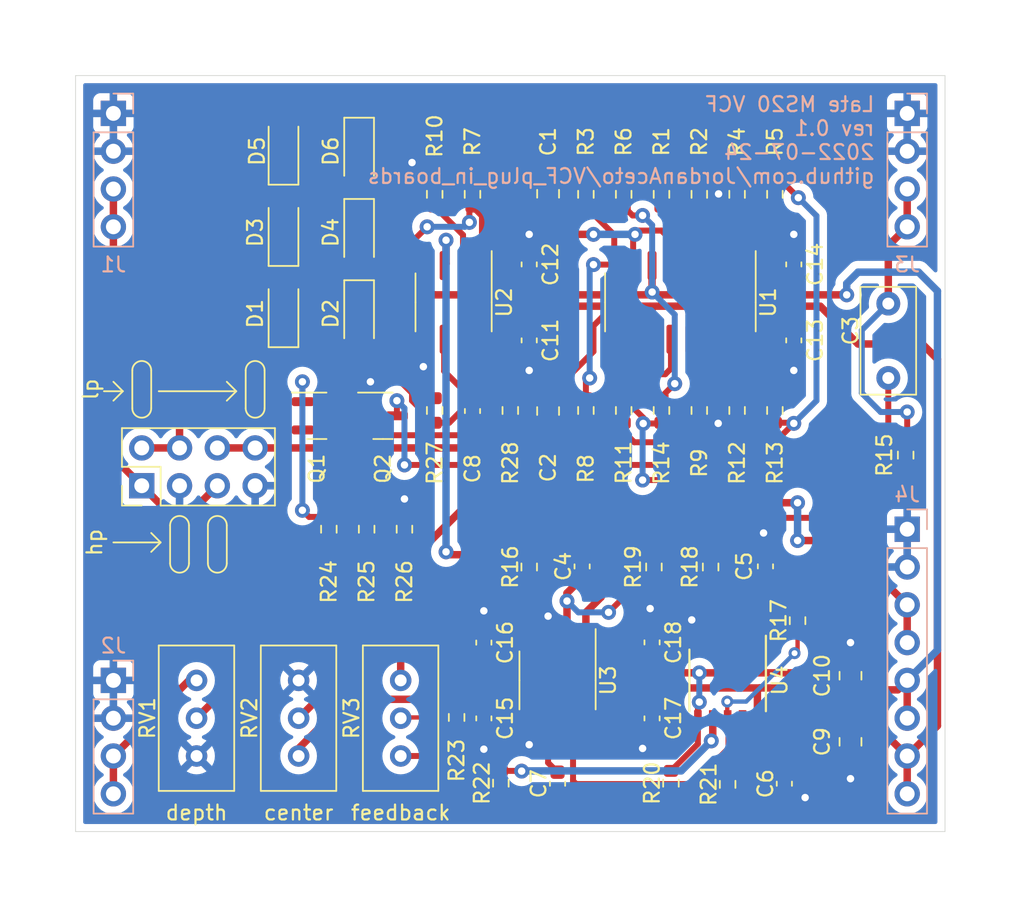
<source format=kicad_pcb>
(kicad_pcb (version 20211014) (generator pcbnew)
  (title_block (title "Late MS20 VCF plug-in board") (date "2022-07-29") (rev "0.1") (comment 1 "creativecommons.org/licenses/by/4.0/") (comment 2 "License: CC by 4.0") (comment 3 "Author: Jordan Aceto"))
  (layers (0 "F.Cu" signal) (31 "B.Cu" signal) (34 "B.Paste" user) (35 "F.Paste" user) (36 "B.SilkS" user "B.Silkscreen") (37 "F.SilkS" user "F.Silkscreen") (38 "B.Mask" user) (39 "F.Mask" user) (44 "Edge.Cuts" user))
  (net 0 "")
  (net 1 "+12V")
  (net 2 "GND")
  (net 3 "-12V")
  (net 4 "Net-(C1-Pad1)")
  (net 5 "Net-(C1-Pad2)")
  (net 6 "Net-(C2-Pad1)")
  (net 7 "/filter_core/HPF_INPUT_NODE")
  (net 8 "/feedback_VCA/SIGNAL_IN")
  (net 9 "Net-(C3-Pad2)")
  (net 10 "/feedback_VCA/SIGNAL_OUT")
  (net 11 "Net-(C4-Pad2)")
  (net 12 "Net-(C5-Pad1)")
  (net 13 "Net-(C6-Pad1)")
  (net 14 "Net-(C7-Pad1)")
  (net 15 "Net-(C7-Pad2)")
  (net 16 "Net-(C8-Pad1)")
  (net 17 "Net-(C8-Pad2)")
  (net 18 "Net-(D1-Pad2)")
  (net 19 "Net-(D2-Pad1)")
  (net 20 "Net-(D3-Pad2)")
  (net 21 "Net-(D4-Pad1)")
  (net 22 "Net-(D5-Pad2)")
  (net 23 "/filter_core/SIGNAL_IN")
  (net 24 "/CV_scalers/RAW_CV_IN")
  (net 25 "/feedback_VCA/CV_IN")
  (net 26 "Net-(J5-Pad2)")
  (net 27 "Net-(Q1-Pad1)")
  (net 28 "Net-(Q1-Pad2)")
  (net 29 "/CV_scalers/SCALED_CV_OUT")
  (net 30 "Net-(R1-Pad1)")
  (net 31 "Net-(R3-Pad1)")
  (net 32 "Net-(R4-Pad1)")
  (net 33 "Net-(R5-Pad2)")
  (net 34 "Net-(R11-Pad2)")
  (net 35 "Net-(R12-Pad1)")
  (net 38 "Net-(R13-Pad2)")
  (net 39 "Net-(R17-Pad2)")
  (net 40 "Net-(R18-Pad1)")
  (net 41 "Net-(R20-Pad1)")
  (net 42 "Net-(R22-Pad2)")
  (net 43 "Net-(R23-Pad2)")
  (net 44 "Net-(R24-Pad2)")
  (net 45 "Net-(R25-Pad2)")
  (footprint "Package_SO:SOIC-16_3.9x9.9mm_P1.27mm" (layer "F.Cu") (at 163.195 88.265 -90)
    (fp_text reference "U1")
    (fp_text value "LM13700")
  )
  (footprint "Capacitor_SMD:C_0603_1608Metric" (layer "F.Cu") (at 161.29 111.112 -90)
    (fp_text reference "C18")
    (fp_text value "100n")
  )
  (footprint "Capacitor_SMD:C_0603_1608Metric" (layer "F.Cu") (at 149.225 95.565 90)
    (fp_text reference "C8")
    (fp_text value "4n7")
  )
  (footprint "Resistor_SMD:R_0603_1608Metric" (layer "F.Cu") (at 164.465 81.0025 90)
    (fp_text reference "R2")
    (fp_text value "220")
  )
  (footprint "Package_SO:SOIC-8_3.9x4.9mm_P1.27mm" (layer "F.Cu") (at 154.94 113.665 -90)
    (fp_text reference "U3")
    (fp_text value "TL072")
  )
  (footprint "Capacitor_SMD:C_0603_1608Metric" (layer "F.Cu") (at 153.035 85.712 -90)
    (fp_text reference "C12")
    (fp_text value "100n")
  )
  (footprint "Potentiometer_THT:Potentiometer_Bourns_3296W_Vertical" (layer "F.Cu") (at 137.541 118.745 -90)
    (fp_text reference "RV2")
    (fp_text value "5k")
  )
  (footprint "Package_TO_SOT_SMD:SOT-23" (layer "F.Cu") (at 143.2075 95.885)
    (fp_text reference "Q2")
    (fp_text value "MMBT3906")
  )
  (footprint "Resistor_SMD:R_0603_1608Metric" (layer "F.Cu") (at 148.1582 116.1542 -90)
    (fp_text reference "R23")
    (fp_text value "4k7")
  )
  (footprint "Resistor_SMD:R_0603_1608Metric" (layer "F.Cu") (at 167.005 95.5275 -90)
    (fp_text reference "R12")
    (fp_text value "220")
  )
  (footprint "Resistor_SMD:R_0603_1608Metric" (layer "F.Cu") (at 162.56 120.57 90)
    (fp_text reference "R20")
    (fp_text value "270k")
  )
  (footprint "Resistor_SMD:R_0603_1608Metric" (layer "F.Cu") (at 159.385 81.0025 90)
    (fp_text reference "R6")
    (fp_text value "10k")
  )
  (footprint "Capacitor_SMD:C_0603_1608Metric" (layer "F.Cu") (at 170.815 90.818 -90)
    (fp_text reference "C13")
    (fp_text value "100n")
  )
  (footprint "Diode_SMD:D_SOD-123" (layer "F.Cu") (at 136.525 89.025 90)
    (fp_text reference "D1")
    (fp_text value "1N4148W")
  )
  (footprint "Resistor_SMD:R_0603_1608Metric" (layer "F.Cu") (at 161.925 81.0025 90)
    (fp_text reference "R1")
    (fp_text value "10k")
  )
  (footprint "Resistor_SMD:R_0603_1608Metric" (layer "F.Cu") (at 165.227 106.045 90)
    (fp_text reference "R18")
    (fp_text value "270")
  )
  (footprint "Capacitor_SMD:C_0805_2012Metric" (layer "F.Cu") (at 174.625 117.79 -90)
    (fp_text reference "C9")
    (fp_text value "10u")
  )
  (footprint "Capacitor_SMD:C_0603_1608Metric" (layer "F.Cu") (at 154.94 120.6075 90)
    (fp_text reference "C7")
    (fp_text value "1n")
  )
  (footprint "Resistor_SMD:R_0603_1608Metric" (layer "F.Cu") (at 178.3334 98.5266 90)
    (fp_text reference "R15")
    (fp_text value "150k")
  )
  (footprint "Capacitor_SMD:C_0603_1608Metric" (layer "F.Cu") (at 149.987 116.218 -90)
    (fp_text reference "C15")
    (fp_text value "100n")
  )
  (footprint "Capacitor_SMD:C_0603_1608Metric" (layer "F.Cu") (at 170.18 120.6075 -90)
    (fp_text reference "C6")
    (fp_text value "1n")
  )
  (footprint "Capacitor_SMD:C_0603_1608Metric" (layer "F.Cu") (at 161.29 116.218 -90)
    (fp_text reference "C17")
    (fp_text value "100n")
  )
  (footprint "Potentiometer_THT:Potentiometer_Bourns_3296W_Vertical" (layer "F.Cu") (at 130.683 118.745 -90)
    (fp_text reference "RV1")
    (fp_text value "5k")
  )
  (footprint "Resistor_SMD:R_0603_1608Metric" (layer "F.Cu") (at 149.225 81.0025 -90)
    (fp_text reference "R7")
    (fp_text value "10k")
  )
  (footprint "Resistor_SMD:R_0603_1608Metric" (layer "F.Cu") (at 151.765 95.5275 -90)
    (fp_text reference "R28")
    (fp_text value "4k7")
  )
  (footprint "Capacitor_SMD:C_0603_1608Metric" (layer "F.Cu") (at 149.987 111.125 -90)
    (fp_text reference "C16")
    (fp_text value "100n")
  )
  (footprint "Capacitor_SMD:C_0805_2012Metric" (layer "F.Cu") (at 154.305 80.965 90)
    (fp_text reference "C1")
    (fp_text value "1n COG")
  )
  (footprint "Capacitor_THT:C_Rect_L7.0mm_W3.5mm_P5.00mm" (layer "F.Cu") (at 177.165 88.345 -90)
    (fp_text reference "C3")
    (fp_text value "470n")
  )
  (footprint "Resistor_SMD:R_0603_1608Metric" (layer "F.Cu") (at 146.685 81.0025 90)
    (fp_text reference "R10")
    (fp_text value "1k8")
  )
  (footprint "Package_SO:SOIC-8_3.9x4.9mm_P1.27mm" (layer "F.Cu") (at 147.955 88.265 -90)
    (fp_text reference "U2")
    (fp_text value "TL072")
  )
  (footprint "Resistor_SMD:R_0603_1608Metric" (layer "F.Cu") (at 139.573 103.505 -90)
    (fp_text reference "R24")
    (fp_text value "10k")
  )
  (footprint "Capacitor_SMD:C_0805_2012Metric" (layer "F.Cu") (at 174.625 113.35 -90)
    (fp_text reference "C10")
    (fp_text value "10u")
  )
  (footprint "Connector_PinHeader_2.54mm:PinHeader_2x04_P2.54mm_Vertical" (layer "F.Cu") (at 127 100.584 90)
    (fp_text reference "J5" hide)
    (fp_text value "hp_lp_jumper")
  )
  (footprint "Package_TO_SOT_SMD:SOT-23" (layer "F.Cu") (at 138.7625 95.885)
    (fp_text reference "Q1")
    (fp_text value "MMBT3906")
  )
  (footprint "Resistor_SMD:R_0603_1608Metric" (layer "F.Cu") (at 151.13 120.57 -90)
    (fp_text reference "R22")
    (fp_text value "51k")
  )
  (footprint "Capacitor_SMD:C_0805_2012Metric" (layer "F.Cu") (at 154.305 95.565 -90)
    (fp_text reference "C2")
    (fp_text value "1n COG")
  )
  (footprint "Potentiometer_THT:Potentiometer_Bourns_3296W_Vertical" (layer "F.Cu") (at 144.399 118.745 -90)
    (fp_text reference "RV3")
    (fp_text value "5k")
  )
  (footprint "Diode_SMD:D_SOD-123" (layer "F.Cu") (at 136.525 78.105 90)
    (fp_text reference "D5")
    (fp_text value "1N4148W")
  )
  (footprint "Resistor_SMD:R_0603_1608Metric" (layer "F.Cu") (at 169.545 95.5275 90)
    (fp_text reference "R13")
    (fp_text value "10k")
  )
  (footprint "Resistor_SMD:R_0603_1608Metric" (layer "F.Cu") (at 161.925 95.5275 -90)
    (fp_text reference "R14")
    (fp_text value "10k")
  )
  (footprint "Diode_SMD:D_SOD-123" (layer "F.Cu") (at 141.605 78.105 -90)
    (fp_text reference "D6")
    (fp_text value "1N4148W")
  )
  (footprint "Resistor_SMD:R_0603_1608Metric" (layer "F.Cu") (at 142.113 103.505 -90)
    (fp_text reference "R25")
    (fp_text value "150k")
  )
  (footprint "Resistor_SMD:R_0603_1608Metric" (layer "F.Cu") (at 164.465 95.5275 -90)
    (fp_text reference "R9")
    (fp_text value "220")
  )
  (footprint "Resistor_SMD:R_0603_1608Metric" (layer "F.Cu") (at 153.035 106.045 -90)
    (fp_text reference "R16")
    (fp_text value "15k")
  )
  (footprint "Resistor_SMD:R_0603_1608Metric" (layer "F.Cu") (at 159.385 95.5275 -90)
    (fp_text reference "R11")
    (fp_text value "10k")
  )
  (footprint "Resistor_SMD:R_0603_1608Metric" (layer "F.Cu") (at 169.545 81.0025 -90)
    (fp_text reference "R5")
    (fp_text value "10k")
  )
  (footprint "Resistor_SMD:R_0603_1608Metric" (layer "F.Cu") (at 167.005 81.0025 90)
    (fp_text reference "R4")
    (fp_text value "220")
  )
  (footprint "Resistor_SMD:R_0603_1608Metric" (layer "F.Cu") (at 161.417 106.045 90)
    (fp_text reference "R19")
    (fp_text value "15k")
  )
  (footprint "Capacitor_SMD:C_0603_1608Metric" (layer "F.Cu") (at 168.91 106.0025 90)
    (fp_text reference "C5")
    (fp_text value "1n")
  )
  (footprint "Resistor_SMD:R_0603_1608Metric" (layer "F.Cu") (at 144.653 103.505 90)
    (fp_text reference "R26")
    (fp_text value "1k8")
  )
  (footprint "Diode_SMD:D_SOD-123" (layer "F.Cu") (at 141.605 89.025 -90)
    (fp_text reference "D2")
    (fp_text value "1N4148W")
  )
  (footprint "Diode_SMD:D_SOD-123" (layer "F.Cu") (at 141.605 83.565 -90)
    (fp_text reference "D4")
    (fp_text value "1N4148W")
  )
  (footprint "Capacitor_SMD:C_0603_1608Metric" (layer "F.Cu") (at 153.035 90.818 -90)
    (fp_text reference "C11")
    (fp_text value "100n")
  )
  (footprint "Resistor_SMD:R_0603_1608Metric" (layer "F.Cu") (at 166.37 120.65 -90)
    (fp_text reference "R21")
    (fp_text value "270")
  )
  (footprint "Diode_SMD:D_SOD-123" (layer "F.Cu") (at 136.525 83.565 90)
    (fp_text reference "D3")
    (fp_text value "1N4148W")
  )
  (footprint "Resistor_SMD:R_0603_1608Metric" (layer "F.Cu") (at 146.685 95.5275 90)
    (fp_text reference "R27")
    (fp_text value "470k")
  )
  (footprint "Resistor_SMD:R_0603_1608Metric" (layer "F.Cu") (at 156.845 95.5275 90)
    (fp_text reference "R8")
    (fp_text value "10k")
  )
  (footprint "Resistor_SMD:R_0603_1608Metric" (layer "F.Cu") (at 171.069 109.6518 90)
    (fp_text reference "R17")
    (fp_text value "4k7")
  )
  (footprint "Capacitor_SMD:C_0603_1608Metric" (layer "F.Cu") (at 170.815 85.712 -90)
    (fp_text reference "C14")
    (fp_text value "100n")
  )
  (footprint "Capacitor_SMD:C_0603_1608Metric" (layer "F.Cu") (at 156.591 106.0075 -90)
    (fp_text reference "C4")
    (fp_text value "100p")
  )
  (footprint "Resistor_SMD:R_0603_1608Metric" (layer "F.Cu") (at 156.845 81.0025 90)
    (fp_text reference "R3")
    (fp_text value "10k")
  )
  (footprint "Package_SO:SSOP-10_3.9x4.9mm_P1.00mm" (layer "F.Cu") (at 166.37 113.665 -90)
    (fp_text reference "U4")
    (fp_text value "SSI2162")
  )
  (footprint "Connector_PinHeader_2.54mm:PinHeader_1x04_P2.54mm_Vertical" (layer "B.Cu") (at 125.095 75.565 180)
    (fp_text reference "J1")
    (fp_text value "signal_in")
  )
  (footprint "Connector_PinHeader_2.54mm:PinHeader_1x04_P2.54mm_Vertical" (layer "B.Cu") (at 125.095 113.665 180)
    (fp_text reference "J2")
    (fp_text value "CV_in")
  )
  (footprint "Connector_PinHeader_2.54mm:PinHeader_1x04_P2.54mm_Vertical" (layer "B.Cu") (at 178.435 75.565 180)
    (fp_text reference "J3")
    (fp_text value "signal_out")
  )
  (footprint "Connector_PinHeader_2.54mm:PinHeader_1x08_P2.54mm_Vertical" (layer "B.Cu") (at 178.435 103.505 180)
    (fp_text reference "J4")
    (fp_text value "feedback_CV_and_PS")
  )
  (gr_line (start 127.635 95.377) (end 127.635 92.837) (layer "F.SilkS") (width 0.12))
  (gr_arc (start 133.985 92.837) (mid 134.62 92.202) (end 135.255 92.837) (layer "F.SilkS") (width 0.12))
  (gr_line (start 132.715 105.791) (end 132.715 103.251) (layer "F.SilkS") (width 0.12))
  (gr_line (start 131.445 105.791) (end 131.445 103.251) (layer "F.SilkS") (width 0.12))
  (gr_arc (start 131.445 103.251) (mid 132.08 102.616) (end 132.715 103.251) (layer "F.SilkS") (width 0.12))
  (gr_line (start 133.35 94.234) (end 132.715 94.869) (layer "F.SilkS") (width 0.12))
  (gr_line (start 128.27 104.394) (end 127.635 103.759) (layer "F.SilkS") (width 0.12))
  (gr_arc (start 135.255 95.377) (mid 134.62 96.012) (end 133.985 95.377) (layer "F.SilkS") (width 0.12))
  (gr_line (start 125.73 94.234) (end 125.095 93.599) (layer "F.SilkS") (width 0.12))
  (gr_arc (start 127.635 95.377) (mid 127 96.012) (end 126.365 95.377) (layer "F.SilkS") (width 0.12))
  (gr_arc (start 126.365 92.837) (mid 127 92.202) (end 127.635 92.837) (layer "F.SilkS") (width 0.12))
  (gr_line (start 125.73 94.234) (end 125.095 94.869) (layer "F.SilkS") (width 0.12))
  (gr_arc (start 132.715 105.791) (mid 132.08 106.426) (end 131.445 105.791) (layer "F.SilkS") (width 0.12))
  (gr_line (start 133.35 94.234) (end 132.715 93.599) (layer "F.SilkS") (width 0.12))
  (gr_line (start 128.905 105.791) (end 128.905 103.251) (layer "F.SilkS") (width 0.12))
  (gr_line (start 128.27 104.394) (end 127.635 105.029) (layer "F.SilkS") (width 0.12))
  (gr_line (start 125.095 104.394) (end 128.27 104.394) (layer "F.SilkS") (width 0.12))
  (gr_arc (start 130.175 105.791) (mid 129.54 106.426) (end 128.905 105.791) (layer "F.SilkS") (width 0.12))
  (gr_arc (start 128.905 103.251) (mid 129.54 102.616) (end 130.175 103.251) (layer "F.SilkS") (width 0.12))
  (gr_line (start 126.365 95.377) (end 126.365 92.837) (layer "F.SilkS") (width 0.12))
  (gr_line (start 133.985 95.377) (end 133.985 92.837) (layer "F.SilkS") (width 0.12))
  (gr_line (start 124.46 94.234) (end 125.73 94.234) (layer "F.SilkS") (width 0.12))
  (gr_line (start 128.143 94.234) (end 133.35 94.234) (layer "F.SilkS") (width 0.12))
  (gr_line (start 135.255 95.377) (end 135.255 92.837) (layer "F.SilkS") (width 0.12))
  (gr_line (start 130.175 105.791) (end 130.175 103.251) (layer "F.SilkS") (width 0.12))
  (gr_line (start 180.975 73.025) (end 122.555 73.025) (layer "Edge.Cuts") (width 0.05))
  (gr_line (start 122.555 123.825) (end 180.975 123.825) (layer "Edge.Cuts") (width 0.05))
  (gr_line (start 180.975 123.825) (end 180.975 73.025) (layer "Edge.Cuts") (width 0.05))
  (gr_line (start 122.555 73.025) (end 122.555 123.825) (layer "Edge.Cuts") (width 0.05))
  (gr_text "Late MS20 VCF\nrev 0.1\n2022-07-24\ngithub.com/JordanAceto/VCF_plug_in_boards" (at 176.3268 77.3684) (layer "B.SilkS") (effects (font (size 1 1)) (justify left mirror)))
  (gr_text "lp" (at 123.571 94.107 90) (layer "F.SilkS") (effects (font (size 1 1))))
  (gr_text "center" (at 137.541 122.555) (layer "F.SilkS") (effects (font (size 1 1))))
  (gr_text "depth" (at 130.683 122.555) (layer "F.SilkS") (effects (font (size 1 1))))
  (gr_text "hp" (at 123.825 104.394 90) (layer "F.SilkS") (effects (font (size 1 1))))
  (gr_text "feedback" (at 144.399 122.555) (layer "F.SilkS") (effects (font (size 1 1))))
  (segment (start 153.035 90.043) (end 153.035 88.519) (width 0.5) (layer "F.Cu") (net 1))
  (segment (start 156.845 116.14) (end 156.845 114.173) (width 0.5) (layer "F.Cu") (net 1))
  (segment (start 149.86 90.74) (end 149.86 89.154) (width 0.5) (layer "F.Cu") (net 1))
  (segment (start 176.53 116.84) (end 178.435 118.745) (width 0.5) (layer "F.Cu") (net 1))
  (segment (start 178.435 118.745) (end 178.435 121.285) (width 0.5) (layer "F.Cu") (net 1))
  (segment (start 172.593 88.519) (end 170.815 88.519) (width 0.5) (layer "F.Cu") (net 1))
  (segment (start 170.815 88.519) (end 170.815 88.773) (width 0.5) (layer "F.Cu") (net 1))
  (segment (start 161.417 114.173) (end 161.417 115.316) (width 0.5) (layer "F.Cu") (net 1))
  (segment (start 161.417 115.316) (end 161.29 115.443) (width 0.5) (layer "F.Cu") (net 1))
  (segment (start 150.495 88.519) (end 153.035 88.519) (width 0.5) (layer "F.Cu") (net 1))
  (segment (start 168.37 114.332) (end 168.529 114.173) (width 0.5) (layer "F.Cu") (net 1))
  (segment (start 180.467 92.075) (end 179.451 91.059) (width 0.5) (layer "F.Cu") (net 1))
  (segment (start 170.815 88.773) (end 170.815 90.043) (width 0.5) (layer "F.Cu") (net 1))
  (segment (start 178.435 118.745) (end 180.467 116.713) (width 0.5) (layer "F.Cu") (net 1))
  (segment (start 156.845 114.173) (end 150.9522 114.173) (width 0.5) (layer "F.Cu") (net 1))
  (segment (start 173.99 116.84) (end 174.625 116.84) (width 0.5) (layer "F.Cu") (net 1))
  (segment (start 180.467 116.713) (end 180.467 92.075) (width 0.5) (layer "F.Cu") (net 1))
  (segment (start 161.417 114.173) (end 168.529 114.173) (width 0.5) (layer "F.Cu") (net 1))
  (segment (start 156.845 114.173) (end 161.417 114.173) (width 0.5) (layer "F.Cu") (net 1))
  (segment (start 149.86 89.154) (end 150.495 88.519) (width 0.5) (layer "F.Cu") (net 1))
  (segment (start 179.451 91.059) (end 175.133 91.059) (width 0.5) (layer "F.Cu") (net 1))
  (segment (start 168.529 114.173) (end 171.323 114.173) (width 0.5) (layer "F.Cu") (net 1))
  (segment (start 153.035 88.519) (end 161.163 88.519) (width 0.5) (layer "F.Cu") (net 1))
  (segment (start 174.625 116.84) (end 176.53 116.84) (width 0.5) (layer "F.Cu") (net 1))
  (segment (start 161.163 88.519) (end 170.815 88.519) (width 0.5) (layer "F.Cu") (net 1))
  (segment (start 161.163 88.519) (end 161.29 88.646) (width 0.5) (layer "F.Cu") (net 1))
  (segment (start 150.9522 114.173) (end 149.987 115.1382) (width 0.5) (layer "F.Cu") (net 1))
  (segment (start 175.133 91.059) (end 172.593 88.519) (width 0.5) (layer "F.Cu") (net 1))
  (segment (start 171.323 114.173) (end 173.99 116.84) (width 0.5) (layer "F.Cu") (net 1))
  (segment (start 161.29 88.646) (end 161.29 90.74) (width 0.5) (layer "F.Cu") (net 1))
  (segment (start 149.987 115.1382) (end 149.987 115.443) (width 0.5) (layer "F.Cu") (net 1))
  (segment (start 168.37 116.215) (end 168.37 114.332) (width 0.5) (layer "F.Cu") (net 1))
  (segment (start 178.435 103.505) (end 178.435 106.045) (width 0.5) (layer "F.Cu") (net 2))
  (segment (start 164.37 111.115) (end 164.37 110.014) (width 0.5) (layer "F.Cu") (net 2))
  (segment (start 166.2073 80.9752) (end 167.005 80.1775) (width 0.5) (layer "F.Cu") (net 2))
  (segment (start 171.577 121.539) (end 170.3365 121.539) (width 0.5) (layer "F.Cu") (net 2))
  (segment (start 149.987 116.808142) (end 148.508058 115.3292) (width 0.29) (layer "F.Cu") (net 2))
  (segment (start 174.625 112.4) (end 174.625 111.125) (width 0.5) (layer "F.Cu") (net 2))
  (segment (start 170.815 91.593) (end 170.815 92.837) (width 0.5) (layer "F.Cu") (net 2))
  (segment (start 149.987 110.35) (end 149.987 108.9914) (width 0.4) (layer "F.Cu") (net 2))
  (segment (start 161.29 117.602) (end 160.655 118.237) (width 0.5) (layer "F.Cu") (net 2))
  (segment (start 142.27 93.696) (end 142.367 93.599) (width 0.5) (layer "F.Cu") (net 2))
  (segment (start 164.719 96.393) (end 166.9645 96.393) (width 0.5) (layer "F.Cu") (net 2))
  (segment (start 153.035 91.593) (end 153.035 92.837) (width 0.5) (layer "F.Cu") (net 2))
  (segment (start 178.435 99.4532) (end 178.435 103.505) (width 0.4) (layer "F.Cu") (net 2))
  (segment (start 178.3334 99.3516) (end 178.435 99.4532) (width 0.4) (layer "F.Cu") (net 2))
  (segment (start 154.305 111.19) (end 154.305 109.347) (width 0.5) (layer "F.Cu") (net 2))
  (segment (start 170.815 84.937) (end 170.815 83.693) (width 0.5) (layer "F.Cu") (net 2))
  (segment (start 146.4715 80.1775) (end 145.161 78.867) (width 0.5) (layer "F.Cu") (net 2))
  (segment (start 144.653 102.68) (end 144.653 101.473) (width 0.5) (layer "F.Cu") (net 2))
  (segment (start 164.6785 96.3525) (end 164.719 96.393) (width 0.5) (layer "F.Cu") (net 2))
  (segment (start 153.035 116.14) (end 153.035 117.983) (width 0.5) (layer "F.Cu") (net 2))
  (segment (start 164.465 80.1775) (end 165.2627 80.9752) (width 0.5) (layer "F.Cu") (net 2))
  (segment (start 149.987 116.993) (end 149.987 116.808142) (width 0.29) (layer "F.Cu") (net 2))
  (segment (start 166.9645 96.393) (end 167.005 96.3525) (width 0.5) (layer "F.Cu") (net 2))
  (segment (start 168.91 105.2275) (end 168.91 103.886) (width 0.5) (layer "F.Cu") (net 2))
  (segment (start 161.29 116.993) (end 161.29 117.602) (width 0.5) (layer "F.Cu") (net 2))
  (segment (start 174.625 118.74) (end 174.625 120.269) (width 0.5) (layer "F.Cu") (net 2))
  (segment (start 149.987 116.993) (end 149.987 118.2878) (width 0.29) (layer "F.Cu") (net 2))
  (segment (start 146.05 90.74) (end 146.05 92.456) (width 0.5) (layer "F.Cu") (net 2))
  (segment (start 161.29 110.337) (end 161.29 108.966) (width 0.5) (layer "F.Cu") (net 2))
  (segment (start 142.27 94.935) (end 142.27 93.696) (width 0.5) (layer "F.Cu") (net 2))
  (segment (start 164.37 110.014) (end 163.957 109.601) (width 0.5) (layer "F.Cu") (net 2))
  (segment (start 170.3365 121.539) (end 170.18 121.3825) (width 0.5) (layer "F.Cu") (net 2))
  (segment (start 148.508058 115.3292) (end 148.1582 115.3292) (width 0.29) (layer "F.Cu") (net 2))
  (segment (start 153.035 84.937) (end 153.035 83.693) (width 0.5) (layer "F.Cu") (net 2))
  (segment (start 168.91 103.886) (end 168.783 103.759) (width 0.5) (layer "F.Cu") (net 2))
  (segment (start 146.05 92.456) (end 145.923 92.583) (width 0.5) (layer "F.Cu") (net 2))
  (segment (start 164.465 96.3525) (end 164.6785 96.3525) (width 0.5) (layer "F.Cu") (net 2))
  (segment (start 161.29 108.966) (end 161.163 108.839) (width 0.5) (layer "F.Cu") (net 2))
  (segment (start 165.2627 80.9752) (end 166.2073 80.9752) (width 0.5) (layer "F.Cu") (net 2))
  (segment (start 146.685 80.1775) (end 146.4715 80.1775) (width 0.5) (layer "F.Cu") (net 2))
  (via (at 145.161 78.867) (size 1) (drill 0.5) (layers "F.Cu" "B.Cu") (net 2))
  (via (at 165.735 96.393) (size 1) (drill 0.5) (layers "F.Cu" "B.Cu") (net 2))
  (via (at 174.625 111.125) (size 1) (drill 0.5) (layers "F.Cu" "B.Cu") (net 2))
  (via (at 142.367 93.599) (size 1) (drill 0.5) (layers "F.Cu" "B.Cu") (net 2))
  (via (at 153.035 117.983) (size 1) (drill 0.5) (layers "F.Cu" "B.Cu") (net 2))
  (via (at 168.783 103.759) (size 1) (drill 0.5) (layers "F.Cu" "B.Cu") (net 2))
  (via (at 153.035 92.837) (size 1) (drill 0.5) (layers "F.Cu" "B.Cu") (net 2))
  (via (at 170.815 83.693) (size 1) (drill 0.5) (layers "F.Cu" "B.Cu") (net 2))
  (via (at 170.815 92.837) (size 1) (drill 0.5) (layers "F.Cu" "B.Cu") (net 2))
  (via (at 154.305 109.347) (size 1) (drill 0.5) (layers "F.Cu" "B.Cu") (net 2))
  (via (at 153.035 83.693) (size 1) (drill 0.5) (layers "F.Cu" "B.Cu") (net 2))
  (via (at 174.625 120.269) (size 1) (drill 0.5) (layers "F.Cu" "B.Cu") (net 2))
  (via (at 144.653 101.473) (size 1) (drill 0.5) (layers "F.Cu" "B.Cu") (net 2))
  (via (at 149.987 108.9914) (size 1) (drill 0.5) (layers "F.Cu" "B.Cu") (net 2))
  (via (at 161.163 108.839) (size 1) (drill 0.5) (layers "F.Cu" "B.Cu") (net 2))
  (via (at 163.957 109.601) (size 1) (drill 0.5) (layers "F.Cu" "B.Cu") (net 2))
  (via (at 171.577 121.539) (size 1) (drill 0.5) (layers "F.Cu" "B.Cu") (net 2))
  (via (at 149.987 118.2878) (size 1) (drill 0.5) (layers "F.Cu" "B.Cu") (net 2))
  (via (at 145.923 92.583) (size 1) (drill 0.5) (layers "F.Cu" "B.Cu") (net 2))
  (via (at 165.7604 80.9752) (size 1) (drill 0.5) (layers "F.Cu" "B.Cu") (net 2))
  (via (at 160.655 118.237) (size 1) (drill 0.5) (layers "F.Cu" "B.Cu") (net 2))
  (segment (start 149.987 111.9) (end 149.212 111.9) (width 0.5) (layer "F.Cu") (net 3))
  (segment (start 161.925 94.617086) (end 162.815043 93.727043) (width 0.4) (layer "F.Cu") (net 3))
  (segment (start 140.843 114.935) (end 137.541 118.237) (width 0.5) (layer "F.Cu") (net 3))
  (segment (start 145.415 87.757) (end 146.685 87.757) (width 0.4) (layer "F.Cu") (net 3))
  (segment (start 161.417 87.757) (end 170.815 87.757) (width 0.5) (layer "F.Cu") (net 3))
  (segment (start 153.035 87.503) (end 152.781 87.757) (width 0.5) (layer "F.Cu") (net 3))
  (segment (start 137.541 118.237) (end 137.541 118.745) (width 0.5) (layer "F.Cu") (net 3))
  (segment (start 164.37 117.935) (end 162.56 119.745) (width 0.4) (layer "F.Cu") (net 3))
  (segment (start 144.399 92.4165) (end 144.399 88.773) (width 0.4) (layer "F.Cu") (net 3))
  (segment (start 174.625 114.3) (end 177.8 114.3) (width 0.5) (layer "F.Cu") (net 3))
  (segment (start 146.685 87.757) (end 152.781 87.757) (width 0.5) (layer "F.Cu") (net 3))
  (segment (start 161.925 94.7025) (end 161.925 94.617086) (width 0.4) (layer "F.Cu") (net 3))
  (segment (start 152.781 87.757) (end 161.417 87.757) (width 0.5) (layer "F.Cu") (net 3))
  (segment (start 161.417 113.157) (end 161.417 112.014) (width 0.5) (layer "F.Cu") (net 3))
  (segment (start 161.417 113.157) (end 164.465 113.157) (width 0.5) (layer "F.Cu") (net 3))
  (segment (start 146.177 114.935) (end 140.843 114.935) (width 0.5) (layer "F.Cu") (net 3))
  (segment (start 153.035 113.157) (end 151.244 113.157) (width 0.5) (layer "F.Cu") (net 3))
  (segment (start 178.435 113.665) (end 178.435 116.205) (width 0.5) (layer "F.Cu") (net 3))
  (segment (start 174.371 87.757) (end 170.815 87.757) (width 0.5) (layer "F.Cu") (net 3))
  (segment (start 164.465 113.157) (end 171.323 113.157) (width 0.5) (layer "F.Cu") (net 3))
  (segment (start 160.655 82.423) (end 159.9805 82.423) (width 0.4) (layer "F.Cu") (net 3))
  (segment (start 149.212 111.9) (end 146.177 114.935) (width 0.5) (layer "F.Cu") (net 3))
  (segment (start 161.417 112.014) (end 161.29 111.887) (width 0.5) (layer "F.Cu") (net 3))
  (segment (start 161.29 85.79) (end 161.29 87.63) (width 0.5) (layer "F.Cu") (net 3))
  (segment (start 172.466 114.3) (end 174.625 114.3) (width 0.5) (layer "F.Cu") (net 3))
  (segment (start 146.685 94.7025) (end 144.399 92.4165) (width 0.4) (layer "F.Cu") (net 3))
  (segment (start 164.37 115.2175) (end 164.465 115.1225) (width 0.4) (layer "F.Cu") (net 3))
  (segment (start 151.244 113.157) (end 149.987 111.9) (width 0.5) (layer "F.Cu") (net 3))
  (segment (start 146.05 85.79) (end 146.05 87.757) (width 0.5) (layer "F.Cu") (net 3))
  (segment (start 164.37 116.215) (end 164.37 117.935) (width 0.4) (layer "F.Cu") (net 3))
  (segment (start 153.035 113.157) (end 161.417 113.157) (width 0.5) (layer "F.Cu") (net 3))
  (segment (start 177.8 114.3) (end 178.435 113.665) (width 0.5) (layer "F.Cu") (net 3))
  (segment (start 164.37 116.215) (end 164.37 115.2175) (width 0.4) (layer "F.Cu") (net 3))
  (segment (start 159.9805 82.423) (end 159.385 81.8275) (width 0.4) (layer "F.Cu") (net 3))
  (segment (start 170.815 87.757) (end 170.815 86.487) (width 0.5) (layer "F.Cu") (net 3))
  (segment (start 161.29 87.63) (end 161.417 87.757) (width 0.5) (layer "F.Cu") (net 3))
  (segment (start 153.035 111.19) (end 153.035 113.157) (width 0.5) (layer "F.Cu") (net 3))
  (segment (start 153.035 86.487) (end 153.035 87.503) (width 0.5) (layer "F.Cu") (net 3))
  (segment (start 146.05 87.757) (end 146.685 87.757) (width 0.5) (layer "F.Cu") (net 3))
  (segment (start 144.399 88.773) (end 145.415 87.757) (width 0.4) (layer "F.Cu") (net 3))
  (segment (start 171.323 113.157) (end 172.466 114.3) (width 0.5) (layer "F.Cu") (net 3))
  (via (at 164.465 115.1225) (size 1) (drill 0.5) (layers "F.Cu" "B.Cu") (net 3))
  (via (at 162.815043 93.727043) (size 1) (drill 0.5) (layers "F.Cu" "B.Cu") (net 3))
  (via (at 160.655 82.423) (size 1) (drill 0.5) (layers "F.Cu" "B.Cu") (net 3))
  (via (at 174.371 87.757) (size 1) (drill 0.5) (layers "F.Cu" "B.Cu") (net 3))
  (via (at 164.465 113.157) (size 1) (drill 0.5) (layers "F.Cu" "B.Cu") (net 3))
  (via (at 161.297034 87.5695) (size 1) (drill 0.5) (layers "F.Cu" "B.Cu") (net 3))
  (segment (start 162.815043 93.727043) (end 162.815043 89.087509) (width 0.4) (layer "B.Cu") (net 3))
  (segment (start 161.29728 87.569254) (end 161.297034 87.5695) (width 0.4) (layer "B.Cu") (net 3))
  (segment (start 178.435 113.665) (end 180.467 111.633) (width 0.5) (layer "B.Cu") (net 3))
  (segment (start 179.197 86.233) (end 175.133 86.233) (width 0.5) (layer "B.Cu") (net 3))
  (segment (start 162.815043 89.087509) (end 161.297034 87.5695) (width 0.4) (layer "B.Cu") (net 3))
  (segment (start 174.371 86.995) (end 174.371 87.757) (width 0.5) (layer "B.Cu") (net 3))
  (segment (start 175.133 86.233) (end 174.371 86.995) (width 0.5) (layer "B.Cu") (net 3))
  (segment (start 164.465 115.1225) (end 164.465 113.157) (width 0.4) (layer "B.Cu") (net 3))
  (segment (start 180.467 87.503) (end 179.197 86.233) (width 0.5) (layer "B.Cu") (net 3))
  (segment (start 180.467 111.633) (end 180.467 87.503) (width 0.5) (layer "B.Cu") (net 3))
  (segment (start 161.29728 83.06528) (end 161.29728 87.569254) (width 0.4) (layer "B.Cu") (net 3))
  (segment (start 160.655 82.423) (end 161.29728 83.06528) (width 0.4) (layer "B.Cu") (net 3))
  (segment (start 154.305 81.915) (end 156.083 83.693) (width 0.5) (layer "F.Cu") (net 4))
  (segment (start 160.147 83.693) (end 160.02 83.82) (width 0.4) (layer "F.Cu") (net 4))
  (segment (start 160.401 83.439) (end 160.147 83.693) (width 0.4) (layer "F.Cu") (net 4))
  (segment (start 162.56 85.79) (end 162.56 84.074) (width 0.4) (layer "F.Cu") (net 4))
  (segment (start 161.925 83.439) (end 160.401 83.439) (width 0.4) (layer "F.Cu") (net 4))
  (segment (start 156.083 83.693) (end 157.353 83.693) (width 0.5) (layer "F.Cu") (net 4))
  (segment (start 162.56 84.074) (end 161.925 83.439) (width 0.4) (layer "F.Cu") (net 4))
  (segment (start 160.02 83.82) (end 160.02 85.79) (width 0.4) (layer "F.Cu") (net 4))
  (via (at 157.353 83.693) (size 1) (drill 0.5) (layers "F.Cu" "B.Cu") (net 4))
  (via (at 160.147 83.693) (size 1) (drill 0.5) (layers "F.Cu" "B.Cu") (net 4))
  (segment (start 157.353 83.693) (end 160.147 83.693) (width 0.5) (layer "B.Cu") (net 4))
  (segment (start 149.015793 82.886207) (end 149.015793 82.036707) (width 0.4) (layer "F.Cu") (net 5))
  (segment (start 149.225 81.8275) (end 149.86 82.4625) (width 0.4) (layer "F.Cu") (net 5))
  (segment (start 149.015793 82.036707) (end 149.225 81.8275) (width 0.4) (layer "F.Cu") (net 5))
  (segment (start 149.225 81.8275) (end 152.4925 81.8275) (width 0.4) (layer "F.Cu") (net 5))
  (segment (start 143.129 86.233) (end 146.177 83.185) (width 0.4) (layer "F.Cu") (net 5))
  (segment (start 149.86 82.4625) (end 149.86 85.79) (width 0.4) (layer "F.Cu") (net 5))
  (segment (start 143.129 89.151) (end 143.129 86.233) (width 0.4) (layer "F.Cu") (net 5))
  (segment (start 136.525 90.675) (end 141.605 90.675) (width 0.4) (layer "F.Cu") (net 5))
  (segment (start 152.4925 81.8275) (end 154.305 80.015) (width 0.4) (layer "F.Cu") (net 5))
  (segment (start 141.605 90.675) (end 143.129 89.151) (width 0.4) (layer "F.Cu") (net 5))
  (via (at 149.015793 82.886207) (size 1) (drill 0.5) (layers "F.Cu" "B.Cu") (net 5))
  (via (at 146.177 83.185) (size 1) (drill 0.5) (layers "F.Cu" "B.Cu") (net 5))
  (segment (start 148.717 83.185) (end 149.015793 82.886207) (width 0.4) (layer "B.Cu") (net 5))
  (segment (start 146.177 83.185) (end 148.717 83.185) (width 0.4) (layer "B.Cu") (net 5))
  (segment (start 160.401 93.091) (end 160.02 92.71) (width 0.4) (layer "F.Cu") (net 6))
  (segment (start 159.639 89.2556) (end 157.9372 89.2556) (width 0.4) (layer "F.Cu") (net 6))
  (segment (start 160.02 89.6366) (end 159.639 89.2556) (width 0.4) (layer "F.Cu") (net 6))
  (segment (start 157.9372 89.2556) (end 157.353 89.8398) (width 0.4) (layer "F.Cu") (net 6))
  (segment (start 160.02 90.74) (end 160.02 89.6366) (width 0.4) (layer "F.Cu") (net 6))
  (segment (start 162.56 90.74) (end 162.56 92.71) (width 0.4) (layer "F.Cu") (net 6))
  (segment (start 157.353 91.567) (end 154.305 94.615) (width 0.4) (layer "F.Cu") (net 6))
  (segment (start 157.353 89.8398) (end 157.353 91.567) (width 0.4) (layer "F.Cu") (net 6))
  (segment (start 160.02 92.71) (end 160.02 90.74) (width 0.4) (layer "F.Cu") (net 6))
  (segment (start 162.56 92.71) (end 162.179 93.091) (width 0.4) (layer "F.Cu") (net 6))
  (segment (start 162.179 93.091) (end 160.401 93.091) (width 0.4) (layer "F.Cu") (net 6))
  (segment (start 134.62 98.044) (end 152.776 98.044) (width 0.5) (layer "F.Cu") (net 7))
  (segment (start 152.776 98.044) (end 154.305 96.515) (width 0.5) (layer "F.Cu") (net 7))
  (segment (start 132.08 98.044) (end 134.62 98.044) (width 0.5) (layer "F.Cu") (net 7))
  (segment (start 178.435 80.645) (end 178.435 83.185) (width 0.5) (layer "F.Cu") (net 8))
  (segment (start 177.165 84.455) (end 178.435 83.185) (width 0.5) (layer "F.Cu") (net 8))
  (segment (start 178.435 97.748849) (end 173.440849 102.743) (width 0.4) (layer "F.Cu") (net 8))
  (segment (start 163.894 102.743) (end 161.417 105.22) (width 0.4) (layer "F.Cu") (net 8))
  (segment (start 177.165 88.345) (end 177.165 84.455) (width 0.5) (layer "F.Cu") (net 8))
  (segment (start 173.440849 102.743) (end 163.894 102.743) (width 0.4) (layer "F.Cu") (net 8))
  (segment (start 178.435 95.631) (end 178.435 97.748849) (width 0.4) (layer "F.Cu") (net 8))
  (via (at 178.435 95.631) (size 1) (drill 0.5) (layers "F.Cu" "B.Cu") (net 8))
  (segment (start 178.435 95.631) (end 176.657 95.631) (width 0.4) (layer "B.Cu") (net 8))
  (segment (start 175.387 90.123) (end 177.165 88.345) (width 0.4) (layer "B.Cu") (net 8))
  (segment (start 175.387 94.361) (end 175.387 90.123) (width 0.4) (layer "B.Cu") (net 8))
  (segment (start 176.657 95.631) (end 175.387 94.361) (width 0.4) (layer "B.Cu") (net 8))
  (segment (start 175.133 100.203) (end 177.165 98.171) (width 0.4) (layer "F.Cu") (net 9))
  (segment (start 161.87598 96.40152) (end 161.925 96.3525) (width 0.4) (layer "F.Cu") (net 9))
  (segment (start 160.6955 96.40152) (end 161.87598 96.40152) (width 0.4) (layer "F.Cu") (net 9))
  (segment (start 177.165 98.171) (end 177.165 93.345) (width 0.4) (layer "F.Cu") (net 9))
  (segment (start 160.6955 96.013) (end 159.385 94.7025) (width 0.4) (layer "F.Cu") (net 9))
  (segment (start 160.6955 96.40152) (end 160.6955 96.013) (width 0.4) (layer "F.Cu") (net 9))
  (segment (start 160.655 100.203) (end 175.133 100.203) (width 0.4) (layer "F.Cu") (net 9))
  (segment (start 158.75 94.0675) (end 159.385 94.7025) (width 0.4) (layer "F.Cu") (net 9))
  (segment (start 158.75 90.74) (end 158.75 94.0675) (width 0.4) (layer "F.Cu") (net 9))
  (via (at 160.655 100.203) (size 1) (drill 0.5) (layers "F.Cu" "B.Cu") (net 9))
  (via (at 160.6955 96.40152) (size 1) (drill 0.5) (layers "F.Cu" "B.Cu") (net 9))
  (segment (start 160.655 96.44202) (end 160.6955 96.40152) (width 0.4) (layer "B.Cu") (net 9))
  (segment (start 160.655 100.203) (end 160.655 96.44202) (width 0.4) (layer "B.Cu") (net 9))
  (segment (start 156.845 109.093) (end 157.861 108.077) (width 0.5) (layer "F.Cu") (net 10))
  (segment (start 156.845 111.19) (end 156.845 109.093) (width 0.5) (layer "F.Cu") (net 10))
  (segment (start 157.861 108.077) (end 157.861 106.5025) (width 0.5) (layer "F.Cu") (net 10))
  (segment (start 156.591 105.2325) (end 153.0475 105.2325) (width 0.5) (layer "F.Cu") (net 10))
  (segment (start 147.447 85.663) (end 147.32 85.79) (width 0.5) (layer "F.Cu") (net 10))
  (segment (start 147.638 105.22) (end 147.447 105.029) (width 0.5) (layer "F.Cu") (net 10))
  (segment (start 157.861 106.5025) (end 156.591 105.2325) (width 0.5) (layer "F.Cu") (net 10))
  (segment (start 153.0475 105.2325) (end 153.035 105.22) (width 0.5) (layer "F.Cu") (net 10))
  (segment (start 153.035 105.22) (end 147.638 105.22) (width 0.5) (layer "F.Cu") (net 10))
  (segment (start 147.447 84.0845) (end 147.447 85.663) (width 0.5) (layer "F.Cu") (net 10))
  (via (at 147.447 84.0845) (size 1) (drill 0.5) (layers "F.Cu" "B.Cu") (net 10))
  (via (at 147.447 105.029) (size 1) (drill 0.5) (layers "F.Cu" "B.Cu") (net 10))
  (segment (start 147.447 105.029) (end 147.447 84.0845) (width 0.5) (layer "B.Cu") (net 10))
  (segment (start 165.37 111.115) (end 165.37 109.741898) (width 0.4) (layer "F.Cu") (net 11))
  (segment (start 153.035 106.87) (end 156.5035 106.87) (width 0.5) (layer "F.Cu") (net 11))
  (segment (start 155.575 111.19) (end 155.575 108.331) (width 0.5) (layer "F.Cu") (net 11))
  (segment (start 163.451102 107.823) (end 159.639 107.823) (width 0.4) (layer "F.Cu") (net 11))
  (segment (start 156.5035 106.87) (end 156.591 106.7825) (width 0.5) (layer "F.Cu") (net 11))
  (segment (start 159.639 107.823) (end 158.369 109.093) (width 0.4) (layer "F.Cu") (net 11))
  (segment (start 155.575 107.7985) (end 156.591 106.7825) (width 0.5) (layer "F.Cu") (net 11))
  (segment (start 165.37 109.741898) (end 163.451102 107.823) (width 0.4) (layer "F.Cu") (net 11))
  (segment (start 155.575 108.331) (end 155.575 107.7985) (width 0.5) (layer "F.Cu") (net 11))
  (via (at 158.369 109.093) (size 1) (drill 0.5) (layers "F.Cu" "B.Cu") (net 11))
  (via (at 155.575 108.331) (size 1) (drill 0.5) (layers "F.Cu" "B.Cu") (net 11))
  (segment (start 158.369 109.093) (end 156.337 109.093) (width 0.4) (layer "B.Cu") (net 11))
  (segment (start 156.337 109.093) (end 155.575 108.331) (width 0.4) (layer "B.Cu") (net 11))
  (segment (start 165.227 105.22) (end 167.3525 105.22) (width 0.4) (layer "F.Cu") (net 12))
  (segment (start 167.3525 105.22) (end 168.91 106.7775) (width 0.4) (layer "F.Cu") (net 12))
  (segment (start 168.5375 121.475) (end 170.18 119.8325) (width 0.4) (layer "F.Cu") (net 13))
  (segment (start 166.37 121.475) (end 168.5375 121.475) (width 0.4) (layer "F.Cu") (net 13))
  (segment (start 166.37 118.2116) (end 164.0078 120.5738) (width 0.29) (layer "F.Cu") (net 14))
  (segment (start 155.9814 120.3411) (end 155.9814 120.5738) (width 0.4) (layer "F.Cu") (net 14))
  (segment (start 155.575 118.491) (end 155.9814 118.8974) (width 0.4) (layer "F.Cu") (net 14))
  (segment (start 155.9814 120.5738) (end 155.1727 121.3825) (width 0.4) (layer "F.Cu") (net 14))
  (segment (start 155.1727 121.3825) (end 154.94 121.3825) (width 0.4) (layer "F.Cu") (net 14))
  (segment (start 155.9814 118.8974) (end 155.9814 120.3411) (width 0.4) (layer "F.Cu") (net 14))
  (segment (start 164.0078 120.5738) (end 156.2141 120.5738) (width 0.29) (layer "F.Cu") (net 14))
  (segment (start 155.575 116.14) (end 155.575 118.491) (width 0.4) (layer "F.Cu") (net 14))
  (segment (start 156.2141 120.5738) (end 155.9814 120.3411) (width 0.29) (layer "F.Cu") (net 14))
  (segment (start 171.069 110.4768) (end 171.069 111.633) (width 0.29) (layer "F.Cu") (net 14))
  (segment (start 166.3446 116.1896) (end 166.37 116.215) (width 0.29) (layer "F.Cu") (net 14))
  (segment (start 171.069 111.633) (end 170.8658 111.8362) (width 0.29) (layer "F.Cu") (net 14))
  (segment (start 166.3446 115.0874) (end 166.3446 116.1896) (width 0.29) (layer "F.Cu") (net 14))
  (segment (start 166.37 116.215) (end 166.37 118.2116) (width 0.29) (layer "F.Cu") (net 14))
  (via (at 166.3446 115.0874) (size 0.8) (drill 0.4) (layers "F.Cu" "B.Cu") (net 14))
  (via (at 170.8658 111.8362) (size 0.8) (drill 0.4) (layers "F.Cu" "B.Cu") (net 14))
  (segment (start 167.6146 115.0874) (end 166.3446 115.0874) (width 0.29) (layer "B.Cu") (net 14))
  (segment (start 170.8658 111.8362) (end 167.6146 115.0874) (width 0.29) (layer "B.Cu") (net 14))
  (segment (start 152.511 119.745) (end 152.527 119.761) (width 0.4) (layer "F.Cu") (net 15))
  (segment (start 154.305 119.1975) (end 154.94 119.8325) (width 0.4) (layer "F.Cu") (net 15))
  (segment (start 151.13 119.745) (end 152.511 119.745) (width 0.4) (layer "F.Cu") (net 15))
  (segment (start 152.527 119.761) (end 154.8685 119.761) (width 0.4) (layer "F.Cu") (net 15))
  (segment (start 165.37 117.6285) (end 165.2695 117.729) (width 0.5) (layer "F.Cu") (net 15))
  (segment (start 154.8685 119.761) (end 154.94 119.8325) (width 0.4) (layer "F.Cu") (net 15))
  (segment (start 154.305 116.14) (end 154.305 119.1975) (width 0.4) (layer "F.Cu") (net 15))
  (segment (start 165.37 116.215) (end 165.37 117.6285) (width 0.5) (layer "F.Cu") (net 15))
  (via (at 152.527 119.761) (size 1) (drill 0.5) (layers "F.Cu" "B.Cu") (net 15))
  (via (at 165.2695 117.729) (size 1) (drill 0.5) (layers "F.Cu" "B.Cu") (net 15))
  (segment (start 152.527 119.761) (end 152.543 119.745) (width 0.5) (layer "B.Cu") (net 15))
  (segment (start 163.2535 119.745) (end 165.2695 117.729) (width 0.5) (layer "B.Cu") (net 15))
  (segment (start 152.543 119.745) (end 163.2535 119.745) (width 0.5) (layer "B.Cu") (net 15))
  (segment (start 150.495704 94.7025) (end 151.765 94.7025) (width 0.4) (layer "F.Cu") (net 16))
  (segment (start 148.59 92.796796) (end 150.495704 94.7025) (width 0.4) (layer "F.Cu") (net 16))
  (segment (start 149.225 96.34) (end 150.1275 96.34) (width 0.4) (layer "F.Cu") (net 16))
  (segment (start 148.59 90.74) (end 148.59 92.796796) (width 0.4) (layer "F.Cu") (net 16))
  (segment (start 150.1275 96.34) (end 151.765 94.7025) (width 0.4) (layer "F.Cu") (net 16))
  (segment (start 140.843 92.583) (end 139.7 93.726) (width 0.4) (layer "F.Cu") (net 17))
  (segment (start 147.32 92.885) (end 149.225 94.79) (width 0.4) (layer "F.Cu") (net 17))
  (segment (start 139.7 93.726) (end 139.7 95.885) (width 0.4) (layer "F.Cu") (net 17))
  (segment (start 147.6625 96.3525) (end 149.225 94.79) (width 0.4) (layer "F.Cu") (net 17))
  (segment (start 146.685 96.3525) (end 147.6625 96.3525) (width 0.4) (layer "F.Cu") (net 17))
  (segment (start 145.161 94.869) (end 145.161 94.361) (width 0.4) (layer "F.Cu") (net 17))
  (segment (start 147.32 90.74) (end 147.32 92.885) (width 0.4) (layer "F.Cu") (net 17))
  (segment (start 146.6445 96.3525) (end 145.161 94.869) (width 0.4) (layer "F.Cu") (net 17))
  (segment (start 145.161 94.361) (end 143.383 92.583) (width 0.4) (layer "F.Cu") (net 17))
  (segment (start 143.383 92.583) (end 140.843 92.583) (width 0.4) (layer "F.Cu") (net 17))
  (segment (start 146.685 96.3525) (end 146.6445 96.3525) (width 0.4) (layer "F.Cu") (net 17))
  (segment (start 136.525 85.215) (end 136.525 87.375) (width 0.4) (layer "F.Cu") (net 18))
  (segment (start 141.605 85.215) (end 141.605 87.375) (width 0.4) (layer "F.Cu") (net 19))
  (segment (start 136.525 79.755) (end 136.525 81.915) (width 0.4) (layer "F.Cu") (net 20))
  (segment (start 141.605 79.755) (end 141.605 81.915) (width 0.4) (layer "F.Cu") (net 21))
  (segment (start 141.605 76.455) (end 136.525 76.455) (width 0.4) (layer "F.Cu") (net 22))
  (segment (start 148.59 83.7325) (end 146.685 81.8275) (width 0.4) (layer "F.Cu") (net 22))
  (segment (start 148.335 80.1775) (end 146.685 81.8275) (width 0.4) (layer "F.Cu") (net 22))
  (segment (start 146.685 81.8275) (end 141.605 76.7475) (width 0.4) (layer "F.Cu") (net 22))
  (segment (start 148.59 85.79) (end 148.59 83.7325) (width 0.4) (layer "F.Cu") (net 22))
  (segment (start 149.225 80.1775) (end 148.335 80.1775) (width 0.4) (layer "F.Cu") (net 22))
  (segment (start 141.605 76.7475) (end 141.605 76.455) (width 0.4) (layer "F.Cu") (net 22))
  (segment (start 130.4798 102.1842) (end 128.6002 102.1842) (width 0.5) (layer "F.Cu") (net 23))
  (segment (start 128.6002 102.1842) (end 127 100.584) (width 0.5) (layer "F.Cu") (net 23))
  (segment (start 132.08 100.584) (end 130.4798 102.1842) (width 0.5) (layer "F.Cu") (net 23))
  (segment (start 125.095 98.679) (end 125.095 83.185) (width 0.5) (layer "F.Cu") (net 23))
  (segment (start 127 100.584) (end 125.095 98.679) (width 0.5) (layer "F.Cu") (net 23))
  (segment (start 125.095 80.645) (end 125.095 83.185) (width 0.5) (layer "F.Cu") (net 23))
  (segment (start 125.095 121.285) (end 125.095 118.745) (width 0.5) (layer "F.Cu") (net 24))
  (segment (start 125.095 118.745) (end 130.175 113.665) (width 0.5) (layer "F.Cu") (net 24))
  (segment (start 130.175 113.665) (end 130.683 113.665) (width 0.5) (layer "F.Cu") (net 24))
  (segment (start 148.971 101.727) (end 144.399 106.299) (width 0.5) (layer "F.Cu") (net 25))
  (segment (start 144.399 106.299) (end 144.399 113.665) (width 0.5) (layer "F.Cu") (net 25))
  (segment (start 171.069 101.727) (end 148.971 101.727) (width 0.5) (layer "F.Cu") (net 25))
  (segment (start 178.435 108.585) (end 178.435 111.125) (width 0.5) (layer "F.Cu") (net 25))
  (segment (start 178.435 108.585) (end 174.117 104.267) (width 0.5) (layer "F.Cu") (net 25))
  (segment (start 174.117 104.267) (end 171.069 104.267) (width 0.5) (layer "F.Cu") (net 25))
  (via (at 171.069 104.267) (size 1) (drill 0.5) (layers "F.Cu" "B.Cu") (net 25))
  (via (at 171.069 101.727) (size 1) (drill 0.5) (layers "F.Cu" "B.Cu") (net 25))
  (segment (start 171.069 104.267) (end 171.069 101.727) (width 0.5) (layer "B.Cu") (net 25))
  (segment (start 161.925 80.137) (end 156.591 74.803) (width 0.5) (layer "F.Cu") (net 26))
  (segment (start 161.925 80.1775) (end 161.925 80.137) (width 0.5) (layer "F.Cu") (net 26))
  (segment (start 156.591 74.803) (end 132.715 74.803) (width 0.5) (layer "F.Cu") (net 26))
  (segment (start 129.54 77.978) (end 129.54 98.044) (width 0.5) (layer "F.Cu") (net 26))
  (segment (start 132.715 74.803) (end 129.54 77.978) (width 0.5) (layer "F.Cu") (net 26))
  (segment (start 127 98.044) (end 129.54 98.044) (width 0.5) (layer "F.Cu") (net 26))
  (segment (start 143.763 104.33) (end 142.113 102.68) (width 0.4) (layer "F.Cu") (net 27))
  (segment (start 138.24 102.68) (end 137.795 102.235) (width 0.4) (layer "F.Cu") (net 27))
  (segment (start 139.573 102.68) (end 142.113 102.68) (width 0.4) (layer "F.Cu") (net 27))
  (segment (start 137.795 93.599) (end 137.795 94.905) (width 0.4) (layer "F.Cu") (net 27))
  (segment (start 144.653 104.33) (end 143.763 104.33) (width 0.4) (layer "F.Cu") (net 27))
  (segment (start 137.795 94.905) (end 137.825 94.935) (width 0.4) (layer "F.Cu") (net 27))
  (segment (start 139.573 102.68) (end 138.24 102.68) (width 0.4) (layer "F.Cu") (net 27))
  (via (at 137.795 93.599) (size 1) (drill 0.5) (layers "F.Cu" "B.Cu") (net 27))
  (via (at 137.795 102.235) (size 1) (drill 0.5) (layers "F.Cu" "B.Cu") (net 27))
  (segment (start 137.795 102.235) (end 137.795 93.599) (width 0.4) (layer "B.Cu") (net 27))
  (segment (start 137.825 96.835) (end 142.27 96.835) (width 0.4) (layer "F.Cu") (net 28))
  (segment (start 142.62452 97.18952) (end 142.27 96.835) (width 0.4) (layer "F.Cu") (net 28))
  (segment (start 150.92798 97.18952) (end 142.62452 97.18952) (width 0.4) (layer "F.Cu") (net 28))
  (segment (start 151.765 96.3525) (end 150.92798 97.18952) (width 0.4) (layer "F.Cu") (net 28))
  (segment (start 170.815 96.393) (end 168.021 99.187) (width 0.4) (layer "F.Cu") (net 29))
  (segment (start 170.7745 96.3525) (end 170.815 96.393) (width 0.4) (layer "F.Cu") (net 29))
  (segment (start 170.0681 80.1775) (end 171.1198 81.2292) (width 0.4) (layer "F.Cu") (net 29))
  (segment (start 144.145 94.869) (end 144.145 95.885) (width 0.4) (layer "F.Cu") (net 29))
  (segment (start 169.545 80.1775) (end 170.0681 80.1775) (width 0.4) (layer "F.Cu") (net 29))
  (segment (start 169.545 96.3525) (end 170.7745 96.3525) (width 0.4) (layer "F.Cu") (net 29))
  (segment (start 168.021 99.187) (end 144.653 99.187) (width 0.4) (layer "F.Cu") (net 29))
  (via (at 144.653 99.187) (size 1) (drill 0.5) (layers "F.Cu" "B.Cu") (net 29))
  (via (at 170.815 96.393) (size 1) (drill 0.5) (layers "F.Cu" "B.Cu") (net 29))
  (via (at 171.1198 81.2292) (size 1) (drill 0.5) (layers "F.Cu" "B.Cu") (net 29))
  (via (at 144.145 94.869) (size 1) (drill 0.5) (layers "F.Cu" "B.Cu") (net 29))
  (segment (start 172.339 94.869) (end 172.339 82.4484) (width 0.4) (layer "B.Cu") (net 29))
  (segment (start 172.339 82.4484) (end 171.1198 81.2292) (width 0.4) (layer "B.Cu") (net 29))
  (segment (start 144.653 95.377) (end 144.145 94.869) (width 0.4) (layer "B.Cu") (net 29))
  (segment (start 170.815 96.393) (end 172.339 94.869) (width 0.4) (layer "B.Cu") (net 29))
  (segment (start 144.653 99.187) (end 144.653 95.377) (width 0.4) (layer "B.Cu") (net 29))
  (segment (start 163.83 85.79) (end 163.83 82.4625) (width 0.4) (layer "F.Cu") (net 30))
  (segment (start 163.83 82.4625) (end 164.465 81.8275) (width 0.4) (layer "F.Cu") (net 30))
  (segment (start 161.925 81.8275) (end 161.0981 81.0006) (width 0.4) (layer "F.Cu") (net 30))
  (segment (start 157.6681 81.0006) (end 156.845 80.1775) (width 0.4) (layer "F.Cu") (net 30))
  (segment (start 161.0981 81.0006) (end 157.6681 81.0006) (width 0.4) (layer "F.Cu") (net 30))
  (segment (start 161.925 81.8275) (end 164.465 81.8275) (width 0.4) (layer "F.Cu") (net 30))
  (segment (start 156.845 94.7025) (end 156.845 93.599) (width 0.4) (layer "F.Cu") (net 31))
  (segment (start 158.685 85.725) (end 158.75 85.79) (width 0.4) (layer "F.Cu") (net 31))
  (segment (start 155.7274 81.4324) (end 155.7274 79.4258) (width 0.4) (layer "F.Cu") (net 31))
  (segment (start 156.845 81.8275) (end 156.1225 81.8275) (width 0.4) (layer "F.Cu") (net 31))
  (segment (start 158.75 85.79) (end 158.75 83.7325) (width 0.4) (layer "F.Cu") (net 31))
  (segment (start 156.1225 81.8275) (end 155.7274 81.4324) (width 0.4) (layer "F.Cu") (net 31))
  (segment (start 158.2269 79.0194) (end 159.385 80.1775) (width 0.4) (layer "F.Cu") (net 31))
  (segment (start 156.845 93.599) (end 157.099 93.345) (width 0.4) (layer "F.Cu") (net 31))
  (segment (start 158.75 83.7325) (end 156.845 81.8275) (width 0.4) (layer "F.Cu") (net 31))
  (segment (start 155.7274 79.4258) (end 156.1338 79.0194) (width 0.4) (layer "F.Cu") (net 31))
  (segment (start 156.1338 79.0194) (end 158.2269 79.0194) (width 0.4) (layer "F.Cu") (net 31))
  (segment (start 157.353 85.725) (end 158.685 85.725) (width 0.4) (layer "F.Cu") (net 31))
  (via (at 157.353 85.725) (size 1) (drill 0.5) (layers "F.Cu" "B.Cu") (net 31))
  (via (at 157.099 93.345) (size 1) (drill 0.5) (layers "F.Cu" "B.Cu") (net 31))
  (segment (start 157.099 93.345) (end 157.099 85.979) (width 0.4) (layer "B.Cu") (net 31))
  (segment (start 157.099 85.979) (end 157.353 85.725) (width 0.4) (layer "B.Cu") (net 31))
  (segment (start 165.1 83.7325) (end 165.1 85.79) (width 0.4) (layer "F.Cu") (net 32))
  (segment (start 167.005 81.8275) (end 165.1 83.7325) (width 0.4) (layer "F.Cu") (net 32))
  (segment (start 167.64 83.7325) (end 169.545 81.8275) (width 0.4) (layer "F.Cu") (net 33))
  (segment (start 167.64 85.79) (end 167.64 83.7325) (width 0.4) (layer "F.Cu") (net 33))
  (segment (start 163.83 93.0148) (end 164.465 93.6498) (width 0.4) (layer "F.Cu") (net 34))
  (segment (start 156.845 96.3525) (end 159.385 96.3525) (width 0.4) (layer "F.Cu") (net 34))
  (segment (start 160.0962 97.663) (end 162.2806 97.663) (width 0.4) (layer "F.Cu") (net 34))
  (segment (start 159.385 96.3525) (end 159.385 96.9518) (width 0.4) (layer "F.Cu") (net 34))
  (segment (start 162.2806 97.663) (end 163.2458 96.6978) (width 0.4) (layer "F.Cu") (net 34))
  (segment (start 163.2458 95.4278) (end 163.9711 94.7025) (width 0.4) (layer "F.Cu") (net 34))
  (segment (start 163.9711 94.7025) (end 164.465 94.7025) (width 0.4) (layer "F.Cu") (net 34))
  (segment (start 164.465 93.6498) (end 164.465 94.7025) (width 0.4) (layer "F.Cu") (net 34))
  (segment (start 163.83 90.74) (end 163.83 93.0148) (width 0.4) (layer "F.Cu") (net 34))
  (segment (start 163.2458 96.6978) (end 163.2458 95.4278) (width 0.4) (layer "F.Cu") (net 34))
  (segment (start 159.385 96.9518) (end 160.0962 97.663) (width 0.4) (layer "F.Cu") (net 34))
  (segment (start 165.1 90.74) (end 165.1 92.7975) (width 0.4) (layer "F.Cu") (net 35))
  (segment (start 165.1 92.7975) (end 167.005 94.7025) (width 0.4) (layer "F.Cu") (net 35))
  (segment (start 167.64 90.74) (end 167.64 93.472) (width 0.4) (layer "F.Cu") (net 38))
  (segment (start 168.8705 94.7025) (end 169.545 94.7025) (width 0.4) (layer "F.Cu") (net 38))
  (segment (start 167.64 93.472) (end 168.8705 94.7025) (width 0.4) (layer "F.Cu") (net 38))
  (segment (start 168.9608 112.2934) (end 169.5958 111.6584) (width 0.29) (layer "F.Cu") (net 39))
  (segment (start 169.5958 110.3) (end 171.069 108.8268) (width 0.29) (layer "F.Cu") (net 39))
  (segment (start 166.37 111.887) (end 166.7764 112.2934) (width 0.29) (layer "F.Cu") (net 39))
  (segment (start 169.5958 111.6584) (end 169.5958 110.3) (width 0.29) (layer "F.Cu") (net 39))
  (segment (start 166.7764 112.2934) (end 168.9608 112.2934) (width 0.29) (layer "F.Cu") (net 39))
  (segment (start 166.37 111.115) (end 166.37 111.887) (width 0.29) (layer "F.Cu") (net 39))
  (segment (start 167.37 111.115) (end 167.37 109.013) (width 0.4) (layer "F.Cu") (net 40))
  (segment (start 165.227 106.87) (end 161.417 106.87) (width 0.4) (layer "F.Cu") (net 40))
  (segment (start 167.37 109.013) (end 165.227 106.87) (width 0.4) (layer "F.Cu") (net 40))
  (segment (start 167.37 118.825) (end 166.37 119.825) (width 0.4) (layer "F.Cu") (net 41))
  (segment (start 164.8 121.395) (end 166.37 119.825) (width 0.4) (layer "F.Cu") (net 41))
  (segment (start 167.37 116.215) (end 167.37 118.825) (width 0.4) (layer "F.Cu") (net 41))
  (segment (start 162.56 121.395) (end 164.8 121.395) (width 0.4) (layer "F.Cu") (net 41))
  (segment (start 144.4498 116.1542) (end 144.399 116.205) (width 0.29) (layer "F.Cu") (net 42))
  (segment (start 151.13 121.395) (end 149.0726 119.3376) (width 0.29) (layer "F.Cu") (net 42))
  (segment (start 149.0726 119.3376) (end 149.0726 116.586) (width 0.29) (layer "F.Cu") (net 42))
  (segment (start 148.6408 116.1542) (end 144.4498 116.1542) (width 0.29) (layer "F.Cu") (net 42))
  (segment (start 149.0726 116.586) (end 148.6408 116.1542) (width 0.29) (layer "F.Cu") (net 42))
  (segment (start 146.3924 118.745) (end 148.1582 116.9792) (width 0.4) (layer "F.Cu") (net 43))
  (segment (start 144.399 118.745) (end 146.3924 118.745) (width 0.4) (layer "F.Cu") (net 43))
  (segment (start 139.573 107.315) (end 139.573 104.33) (width 0.5) (layer "F.Cu") (net 44))
  (segment (start 130.683 116.205) (end 139.573 107.315) (width 0.5) (layer "F.Cu") (net 44))
  (segment (start 137.541 116.205) (end 142.113 111.633) (width 0.5) (layer "F.Cu") (net 45))
  (segment (start 142.113 111.633) (end 142.113 104.33) (width 0.5) (layer "F.Cu") (net 45))
  (zone (net 2) (net_name "GND") (layer "B.Cu") (connect_pads (clearance 0.508)) (min_thickness 0.254) (fill yes (thermal_gap 0.508) (thermal_bridge_width 0.508))
    (polygon (pts (xy 186.055 128.905) (xy 117.475 128.905) (xy 117.475 67.945) (xy 186.055 67.945)))
  )
)
</source>
